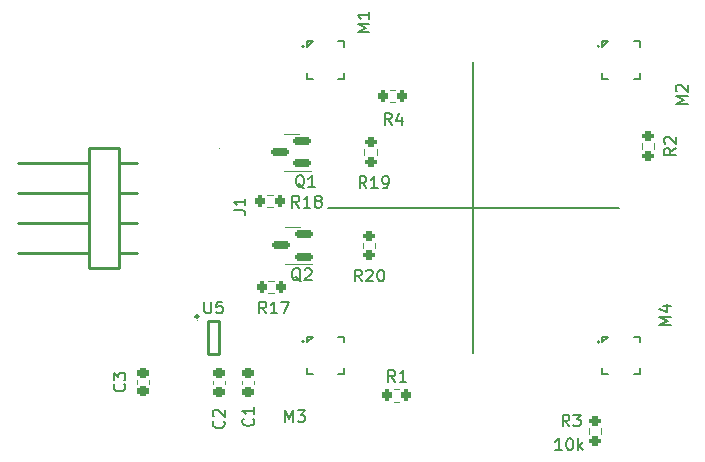
<source format=gbr>
%TF.GenerationSoftware,KiCad,Pcbnew,7.0.6*%
%TF.CreationDate,2023-08-06T23:15:07-05:00*%
%TF.ProjectId,MLX90393_board2,4d4c5839-3033-4393-935f-626f61726432,rev?*%
%TF.SameCoordinates,Original*%
%TF.FileFunction,Legend,Top*%
%TF.FilePolarity,Positive*%
%FSLAX46Y46*%
G04 Gerber Fmt 4.6, Leading zero omitted, Abs format (unit mm)*
G04 Created by KiCad (PCBNEW 7.0.6) date 2023-08-06 23:15:07*
%MOMM*%
%LPD*%
G01*
G04 APERTURE LIST*
G04 Aperture macros list*
%AMRoundRect*
0 Rectangle with rounded corners*
0 $1 Rounding radius*
0 $2 $3 $4 $5 $6 $7 $8 $9 X,Y pos of 4 corners*
0 Add a 4 corners polygon primitive as box body*
4,1,4,$2,$3,$4,$5,$6,$7,$8,$9,$2,$3,0*
0 Add four circle primitives for the rounded corners*
1,1,$1+$1,$2,$3*
1,1,$1+$1,$4,$5*
1,1,$1+$1,$6,$7*
1,1,$1+$1,$8,$9*
0 Add four rect primitives between the rounded corners*
20,1,$1+$1,$2,$3,$4,$5,0*
20,1,$1+$1,$4,$5,$6,$7,0*
20,1,$1+$1,$6,$7,$8,$9,0*
20,1,$1+$1,$8,$9,$2,$3,0*%
G04 Aperture macros list end*
%ADD10C,0.153000*%
%ADD11C,0.155000*%
%ADD12C,0.120000*%
%ADD13C,0.254000*%
%ADD14C,0.248920*%
%ADD15C,0.059995*%
%ADD16C,0.152400*%
%ADD17C,0.151994*%
%ADD18C,0.150013*%
%ADD19RoundRect,0.200000X0.275000X-0.200000X0.275000X0.200000X-0.275000X0.200000X-0.275000X-0.200000X0*%
%ADD20R,1.104902X0.622301*%
%ADD21R,3.170003X1.000000*%
%ADD22RoundRect,0.150000X0.587500X0.150000X-0.587500X0.150000X-0.587500X-0.150000X0.587500X-0.150000X0*%
%ADD23RoundRect,0.225000X-0.250000X0.225000X-0.250000X-0.225000X0.250000X-0.225000X0.250000X0.225000X0*%
%ADD24R,0.664999X0.280010*%
%ADD25R,0.280010X0.664999*%
%ADD26R,1.750013X1.750013*%
%ADD27RoundRect,0.200000X0.200000X0.275000X-0.200000X0.275000X-0.200000X-0.275000X0.200000X-0.275000X0*%
%ADD28RoundRect,0.200000X-0.200000X-0.275000X0.200000X-0.275000X0.200000X0.275000X-0.200000X0.275000X0*%
G04 APERTURE END LIST*
D10*
X150200000Y-112500000D02*
X174800000Y-112500000D01*
X162500000Y-100200000D02*
X162500000Y-124800000D01*
D11*
X170633333Y-131029559D02*
X170300000Y-130553368D01*
X170061905Y-131029559D02*
X170061905Y-130029559D01*
X170061905Y-130029559D02*
X170442857Y-130029559D01*
X170442857Y-130029559D02*
X170538095Y-130077178D01*
X170538095Y-130077178D02*
X170585714Y-130124797D01*
X170585714Y-130124797D02*
X170633333Y-130220035D01*
X170633333Y-130220035D02*
X170633333Y-130362892D01*
X170633333Y-130362892D02*
X170585714Y-130458130D01*
X170585714Y-130458130D02*
X170538095Y-130505749D01*
X170538095Y-130505749D02*
X170442857Y-130553368D01*
X170442857Y-130553368D02*
X170061905Y-130553368D01*
X170966667Y-130029559D02*
X171585714Y-130029559D01*
X171585714Y-130029559D02*
X171252381Y-130410511D01*
X171252381Y-130410511D02*
X171395238Y-130410511D01*
X171395238Y-130410511D02*
X171490476Y-130458130D01*
X171490476Y-130458130D02*
X171538095Y-130505749D01*
X171538095Y-130505749D02*
X171585714Y-130600987D01*
X171585714Y-130600987D02*
X171585714Y-130839082D01*
X171585714Y-130839082D02*
X171538095Y-130934320D01*
X171538095Y-130934320D02*
X171490476Y-130981940D01*
X171490476Y-130981940D02*
X171395238Y-131029559D01*
X171395238Y-131029559D02*
X171109524Y-131029559D01*
X171109524Y-131029559D02*
X171014286Y-130981940D01*
X171014286Y-130981940D02*
X170966667Y-130934320D01*
X170004761Y-133029559D02*
X169433333Y-133029559D01*
X169719047Y-133029559D02*
X169719047Y-132029559D01*
X169719047Y-132029559D02*
X169623809Y-132172416D01*
X169623809Y-132172416D02*
X169528571Y-132267654D01*
X169528571Y-132267654D02*
X169433333Y-132315273D01*
X170623809Y-132029559D02*
X170719047Y-132029559D01*
X170719047Y-132029559D02*
X170814285Y-132077178D01*
X170814285Y-132077178D02*
X170861904Y-132124797D01*
X170861904Y-132124797D02*
X170909523Y-132220035D01*
X170909523Y-132220035D02*
X170957142Y-132410511D01*
X170957142Y-132410511D02*
X170957142Y-132648606D01*
X170957142Y-132648606D02*
X170909523Y-132839082D01*
X170909523Y-132839082D02*
X170861904Y-132934320D01*
X170861904Y-132934320D02*
X170814285Y-132981940D01*
X170814285Y-132981940D02*
X170719047Y-133029559D01*
X170719047Y-133029559D02*
X170623809Y-133029559D01*
X170623809Y-133029559D02*
X170528571Y-132981940D01*
X170528571Y-132981940D02*
X170480952Y-132934320D01*
X170480952Y-132934320D02*
X170433333Y-132839082D01*
X170433333Y-132839082D02*
X170385714Y-132648606D01*
X170385714Y-132648606D02*
X170385714Y-132410511D01*
X170385714Y-132410511D02*
X170433333Y-132220035D01*
X170433333Y-132220035D02*
X170480952Y-132124797D01*
X170480952Y-132124797D02*
X170528571Y-132077178D01*
X170528571Y-132077178D02*
X170623809Y-132029559D01*
X171385714Y-133029559D02*
X171385714Y-132029559D01*
X171480952Y-132648606D02*
X171766666Y-133029559D01*
X171766666Y-132362892D02*
X171385714Y-132743844D01*
X153057142Y-118754559D02*
X152723809Y-118278368D01*
X152485714Y-118754559D02*
X152485714Y-117754559D01*
X152485714Y-117754559D02*
X152866666Y-117754559D01*
X152866666Y-117754559D02*
X152961904Y-117802178D01*
X152961904Y-117802178D02*
X153009523Y-117849797D01*
X153009523Y-117849797D02*
X153057142Y-117945035D01*
X153057142Y-117945035D02*
X153057142Y-118087892D01*
X153057142Y-118087892D02*
X153009523Y-118183130D01*
X153009523Y-118183130D02*
X152961904Y-118230749D01*
X152961904Y-118230749D02*
X152866666Y-118278368D01*
X152866666Y-118278368D02*
X152485714Y-118278368D01*
X153438095Y-117849797D02*
X153485714Y-117802178D01*
X153485714Y-117802178D02*
X153580952Y-117754559D01*
X153580952Y-117754559D02*
X153819047Y-117754559D01*
X153819047Y-117754559D02*
X153914285Y-117802178D01*
X153914285Y-117802178D02*
X153961904Y-117849797D01*
X153961904Y-117849797D02*
X154009523Y-117945035D01*
X154009523Y-117945035D02*
X154009523Y-118040273D01*
X154009523Y-118040273D02*
X153961904Y-118183130D01*
X153961904Y-118183130D02*
X153390476Y-118754559D01*
X153390476Y-118754559D02*
X154009523Y-118754559D01*
X154628571Y-117754559D02*
X154723809Y-117754559D01*
X154723809Y-117754559D02*
X154819047Y-117802178D01*
X154819047Y-117802178D02*
X154866666Y-117849797D01*
X154866666Y-117849797D02*
X154914285Y-117945035D01*
X154914285Y-117945035D02*
X154961904Y-118135511D01*
X154961904Y-118135511D02*
X154961904Y-118373606D01*
X154961904Y-118373606D02*
X154914285Y-118564082D01*
X154914285Y-118564082D02*
X154866666Y-118659320D01*
X154866666Y-118659320D02*
X154819047Y-118706940D01*
X154819047Y-118706940D02*
X154723809Y-118754559D01*
X154723809Y-118754559D02*
X154628571Y-118754559D01*
X154628571Y-118754559D02*
X154533333Y-118706940D01*
X154533333Y-118706940D02*
X154485714Y-118659320D01*
X154485714Y-118659320D02*
X154438095Y-118564082D01*
X154438095Y-118564082D02*
X154390476Y-118373606D01*
X154390476Y-118373606D02*
X154390476Y-118135511D01*
X154390476Y-118135511D02*
X154438095Y-117945035D01*
X154438095Y-117945035D02*
X154485714Y-117849797D01*
X154485714Y-117849797D02*
X154533333Y-117802178D01*
X154533333Y-117802178D02*
X154628571Y-117754559D01*
X139738095Y-120454559D02*
X139738095Y-121264082D01*
X139738095Y-121264082D02*
X139785714Y-121359320D01*
X139785714Y-121359320D02*
X139833333Y-121406940D01*
X139833333Y-121406940D02*
X139928571Y-121454559D01*
X139928571Y-121454559D02*
X140119047Y-121454559D01*
X140119047Y-121454559D02*
X140214285Y-121406940D01*
X140214285Y-121406940D02*
X140261904Y-121359320D01*
X140261904Y-121359320D02*
X140309523Y-121264082D01*
X140309523Y-121264082D02*
X140309523Y-120454559D01*
X141261904Y-120454559D02*
X140785714Y-120454559D01*
X140785714Y-120454559D02*
X140738095Y-120930749D01*
X140738095Y-120930749D02*
X140785714Y-120883130D01*
X140785714Y-120883130D02*
X140880952Y-120835511D01*
X140880952Y-120835511D02*
X141119047Y-120835511D01*
X141119047Y-120835511D02*
X141214285Y-120883130D01*
X141214285Y-120883130D02*
X141261904Y-120930749D01*
X141261904Y-120930749D02*
X141309523Y-121025987D01*
X141309523Y-121025987D02*
X141309523Y-121264082D01*
X141309523Y-121264082D02*
X141261904Y-121359320D01*
X141261904Y-121359320D02*
X141214285Y-121406940D01*
X141214285Y-121406940D02*
X141119047Y-121454559D01*
X141119047Y-121454559D02*
X140880952Y-121454559D01*
X140880952Y-121454559D02*
X140785714Y-121406940D01*
X140785714Y-121406940D02*
X140738095Y-121359320D01*
X142204559Y-112733333D02*
X142918844Y-112733333D01*
X142918844Y-112733333D02*
X143061701Y-112780952D01*
X143061701Y-112780952D02*
X143156940Y-112876190D01*
X143156940Y-112876190D02*
X143204559Y-113019047D01*
X143204559Y-113019047D02*
X143204559Y-113114285D01*
X143204559Y-111733333D02*
X143204559Y-112304761D01*
X143204559Y-112019047D02*
X142204559Y-112019047D01*
X142204559Y-112019047D02*
X142347416Y-112114285D01*
X142347416Y-112114285D02*
X142442654Y-112209523D01*
X142442654Y-112209523D02*
X142490273Y-112304761D01*
X147904761Y-118749797D02*
X147809523Y-118702178D01*
X147809523Y-118702178D02*
X147714285Y-118606940D01*
X147714285Y-118606940D02*
X147571428Y-118464082D01*
X147571428Y-118464082D02*
X147476190Y-118416463D01*
X147476190Y-118416463D02*
X147380952Y-118416463D01*
X147428571Y-118654559D02*
X147333333Y-118606940D01*
X147333333Y-118606940D02*
X147238095Y-118511701D01*
X147238095Y-118511701D02*
X147190476Y-118321225D01*
X147190476Y-118321225D02*
X147190476Y-117987892D01*
X147190476Y-117987892D02*
X147238095Y-117797416D01*
X147238095Y-117797416D02*
X147333333Y-117702178D01*
X147333333Y-117702178D02*
X147428571Y-117654559D01*
X147428571Y-117654559D02*
X147619047Y-117654559D01*
X147619047Y-117654559D02*
X147714285Y-117702178D01*
X147714285Y-117702178D02*
X147809523Y-117797416D01*
X147809523Y-117797416D02*
X147857142Y-117987892D01*
X147857142Y-117987892D02*
X147857142Y-118321225D01*
X147857142Y-118321225D02*
X147809523Y-118511701D01*
X147809523Y-118511701D02*
X147714285Y-118606940D01*
X147714285Y-118606940D02*
X147619047Y-118654559D01*
X147619047Y-118654559D02*
X147428571Y-118654559D01*
X148238095Y-117749797D02*
X148285714Y-117702178D01*
X148285714Y-117702178D02*
X148380952Y-117654559D01*
X148380952Y-117654559D02*
X148619047Y-117654559D01*
X148619047Y-117654559D02*
X148714285Y-117702178D01*
X148714285Y-117702178D02*
X148761904Y-117749797D01*
X148761904Y-117749797D02*
X148809523Y-117845035D01*
X148809523Y-117845035D02*
X148809523Y-117940273D01*
X148809523Y-117940273D02*
X148761904Y-118083130D01*
X148761904Y-118083130D02*
X148190476Y-118654559D01*
X148190476Y-118654559D02*
X148809523Y-118654559D01*
X132959320Y-127441666D02*
X133006940Y-127489285D01*
X133006940Y-127489285D02*
X133054559Y-127632142D01*
X133054559Y-127632142D02*
X133054559Y-127727380D01*
X133054559Y-127727380D02*
X133006940Y-127870237D01*
X133006940Y-127870237D02*
X132911701Y-127965475D01*
X132911701Y-127965475D02*
X132816463Y-128013094D01*
X132816463Y-128013094D02*
X132625987Y-128060713D01*
X132625987Y-128060713D02*
X132483130Y-128060713D01*
X132483130Y-128060713D02*
X132292654Y-128013094D01*
X132292654Y-128013094D02*
X132197416Y-127965475D01*
X132197416Y-127965475D02*
X132102178Y-127870237D01*
X132102178Y-127870237D02*
X132054559Y-127727380D01*
X132054559Y-127727380D02*
X132054559Y-127632142D01*
X132054559Y-127632142D02*
X132102178Y-127489285D01*
X132102178Y-127489285D02*
X132149797Y-127441666D01*
X132054559Y-127108332D02*
X132054559Y-126489285D01*
X132054559Y-126489285D02*
X132435511Y-126822618D01*
X132435511Y-126822618D02*
X132435511Y-126679761D01*
X132435511Y-126679761D02*
X132483130Y-126584523D01*
X132483130Y-126584523D02*
X132530749Y-126536904D01*
X132530749Y-126536904D02*
X132625987Y-126489285D01*
X132625987Y-126489285D02*
X132864082Y-126489285D01*
X132864082Y-126489285D02*
X132959320Y-126536904D01*
X132959320Y-126536904D02*
X133006940Y-126584523D01*
X133006940Y-126584523D02*
X133054559Y-126679761D01*
X133054559Y-126679761D02*
X133054559Y-126965475D01*
X133054559Y-126965475D02*
X133006940Y-127060713D01*
X133006940Y-127060713D02*
X132959320Y-127108332D01*
X153704559Y-97609523D02*
X152704559Y-97609523D01*
X152704559Y-97609523D02*
X153418844Y-97276190D01*
X153418844Y-97276190D02*
X152704559Y-96942857D01*
X152704559Y-96942857D02*
X153704559Y-96942857D01*
X153704559Y-95942857D02*
X153704559Y-96514285D01*
X153704559Y-96228571D02*
X152704559Y-96228571D01*
X152704559Y-96228571D02*
X152847416Y-96323809D01*
X152847416Y-96323809D02*
X152942654Y-96419047D01*
X152942654Y-96419047D02*
X152990273Y-96514285D01*
X180654559Y-103759523D02*
X179654559Y-103759523D01*
X179654559Y-103759523D02*
X180368844Y-103426190D01*
X180368844Y-103426190D02*
X179654559Y-103092857D01*
X179654559Y-103092857D02*
X180654559Y-103092857D01*
X179749797Y-102664285D02*
X179702178Y-102616666D01*
X179702178Y-102616666D02*
X179654559Y-102521428D01*
X179654559Y-102521428D02*
X179654559Y-102283333D01*
X179654559Y-102283333D02*
X179702178Y-102188095D01*
X179702178Y-102188095D02*
X179749797Y-102140476D01*
X179749797Y-102140476D02*
X179845035Y-102092857D01*
X179845035Y-102092857D02*
X179940273Y-102092857D01*
X179940273Y-102092857D02*
X180083130Y-102140476D01*
X180083130Y-102140476D02*
X180654559Y-102711904D01*
X180654559Y-102711904D02*
X180654559Y-102092857D01*
X153457142Y-110854559D02*
X153123809Y-110378368D01*
X152885714Y-110854559D02*
X152885714Y-109854559D01*
X152885714Y-109854559D02*
X153266666Y-109854559D01*
X153266666Y-109854559D02*
X153361904Y-109902178D01*
X153361904Y-109902178D02*
X153409523Y-109949797D01*
X153409523Y-109949797D02*
X153457142Y-110045035D01*
X153457142Y-110045035D02*
X153457142Y-110187892D01*
X153457142Y-110187892D02*
X153409523Y-110283130D01*
X153409523Y-110283130D02*
X153361904Y-110330749D01*
X153361904Y-110330749D02*
X153266666Y-110378368D01*
X153266666Y-110378368D02*
X152885714Y-110378368D01*
X154409523Y-110854559D02*
X153838095Y-110854559D01*
X154123809Y-110854559D02*
X154123809Y-109854559D01*
X154123809Y-109854559D02*
X154028571Y-109997416D01*
X154028571Y-109997416D02*
X153933333Y-110092654D01*
X153933333Y-110092654D02*
X153838095Y-110140273D01*
X154885714Y-110854559D02*
X155076190Y-110854559D01*
X155076190Y-110854559D02*
X155171428Y-110806940D01*
X155171428Y-110806940D02*
X155219047Y-110759320D01*
X155219047Y-110759320D02*
X155314285Y-110616463D01*
X155314285Y-110616463D02*
X155361904Y-110425987D01*
X155361904Y-110425987D02*
X155361904Y-110045035D01*
X155361904Y-110045035D02*
X155314285Y-109949797D01*
X155314285Y-109949797D02*
X155266666Y-109902178D01*
X155266666Y-109902178D02*
X155171428Y-109854559D01*
X155171428Y-109854559D02*
X154980952Y-109854559D01*
X154980952Y-109854559D02*
X154885714Y-109902178D01*
X154885714Y-109902178D02*
X154838095Y-109949797D01*
X154838095Y-109949797D02*
X154790476Y-110045035D01*
X154790476Y-110045035D02*
X154790476Y-110283130D01*
X154790476Y-110283130D02*
X154838095Y-110378368D01*
X154838095Y-110378368D02*
X154885714Y-110425987D01*
X154885714Y-110425987D02*
X154980952Y-110473606D01*
X154980952Y-110473606D02*
X155171428Y-110473606D01*
X155171428Y-110473606D02*
X155266666Y-110425987D01*
X155266666Y-110425987D02*
X155314285Y-110378368D01*
X155314285Y-110378368D02*
X155361904Y-110283130D01*
X155883333Y-127254559D02*
X155550000Y-126778368D01*
X155311905Y-127254559D02*
X155311905Y-126254559D01*
X155311905Y-126254559D02*
X155692857Y-126254559D01*
X155692857Y-126254559D02*
X155788095Y-126302178D01*
X155788095Y-126302178D02*
X155835714Y-126349797D01*
X155835714Y-126349797D02*
X155883333Y-126445035D01*
X155883333Y-126445035D02*
X155883333Y-126587892D01*
X155883333Y-126587892D02*
X155835714Y-126683130D01*
X155835714Y-126683130D02*
X155788095Y-126730749D01*
X155788095Y-126730749D02*
X155692857Y-126778368D01*
X155692857Y-126778368D02*
X155311905Y-126778368D01*
X156835714Y-127254559D02*
X156264286Y-127254559D01*
X156550000Y-127254559D02*
X156550000Y-126254559D01*
X156550000Y-126254559D02*
X156454762Y-126397416D01*
X156454762Y-126397416D02*
X156359524Y-126492654D01*
X156359524Y-126492654D02*
X156264286Y-126540273D01*
X155583333Y-105504559D02*
X155250000Y-105028368D01*
X155011905Y-105504559D02*
X155011905Y-104504559D01*
X155011905Y-104504559D02*
X155392857Y-104504559D01*
X155392857Y-104504559D02*
X155488095Y-104552178D01*
X155488095Y-104552178D02*
X155535714Y-104599797D01*
X155535714Y-104599797D02*
X155583333Y-104695035D01*
X155583333Y-104695035D02*
X155583333Y-104837892D01*
X155583333Y-104837892D02*
X155535714Y-104933130D01*
X155535714Y-104933130D02*
X155488095Y-104980749D01*
X155488095Y-104980749D02*
X155392857Y-105028368D01*
X155392857Y-105028368D02*
X155011905Y-105028368D01*
X156440476Y-104837892D02*
X156440476Y-105504559D01*
X156202381Y-104456940D02*
X155964286Y-105171225D01*
X155964286Y-105171225D02*
X156583333Y-105171225D01*
X148204761Y-110849797D02*
X148109523Y-110802178D01*
X148109523Y-110802178D02*
X148014285Y-110706940D01*
X148014285Y-110706940D02*
X147871428Y-110564082D01*
X147871428Y-110564082D02*
X147776190Y-110516463D01*
X147776190Y-110516463D02*
X147680952Y-110516463D01*
X147728571Y-110754559D02*
X147633333Y-110706940D01*
X147633333Y-110706940D02*
X147538095Y-110611701D01*
X147538095Y-110611701D02*
X147490476Y-110421225D01*
X147490476Y-110421225D02*
X147490476Y-110087892D01*
X147490476Y-110087892D02*
X147538095Y-109897416D01*
X147538095Y-109897416D02*
X147633333Y-109802178D01*
X147633333Y-109802178D02*
X147728571Y-109754559D01*
X147728571Y-109754559D02*
X147919047Y-109754559D01*
X147919047Y-109754559D02*
X148014285Y-109802178D01*
X148014285Y-109802178D02*
X148109523Y-109897416D01*
X148109523Y-109897416D02*
X148157142Y-110087892D01*
X148157142Y-110087892D02*
X148157142Y-110421225D01*
X148157142Y-110421225D02*
X148109523Y-110611701D01*
X148109523Y-110611701D02*
X148014285Y-110706940D01*
X148014285Y-110706940D02*
X147919047Y-110754559D01*
X147919047Y-110754559D02*
X147728571Y-110754559D01*
X149109523Y-110754559D02*
X148538095Y-110754559D01*
X148823809Y-110754559D02*
X148823809Y-109754559D01*
X148823809Y-109754559D02*
X148728571Y-109897416D01*
X148728571Y-109897416D02*
X148633333Y-109992654D01*
X148633333Y-109992654D02*
X148538095Y-110040273D01*
X179254559Y-122409523D02*
X178254559Y-122409523D01*
X178254559Y-122409523D02*
X178968844Y-122076190D01*
X178968844Y-122076190D02*
X178254559Y-121742857D01*
X178254559Y-121742857D02*
X179254559Y-121742857D01*
X178587892Y-120838095D02*
X179254559Y-120838095D01*
X178206940Y-121076190D02*
X178921225Y-121314285D01*
X178921225Y-121314285D02*
X178921225Y-120695238D01*
X147757142Y-112504559D02*
X147423809Y-112028368D01*
X147185714Y-112504559D02*
X147185714Y-111504559D01*
X147185714Y-111504559D02*
X147566666Y-111504559D01*
X147566666Y-111504559D02*
X147661904Y-111552178D01*
X147661904Y-111552178D02*
X147709523Y-111599797D01*
X147709523Y-111599797D02*
X147757142Y-111695035D01*
X147757142Y-111695035D02*
X147757142Y-111837892D01*
X147757142Y-111837892D02*
X147709523Y-111933130D01*
X147709523Y-111933130D02*
X147661904Y-111980749D01*
X147661904Y-111980749D02*
X147566666Y-112028368D01*
X147566666Y-112028368D02*
X147185714Y-112028368D01*
X148709523Y-112504559D02*
X148138095Y-112504559D01*
X148423809Y-112504559D02*
X148423809Y-111504559D01*
X148423809Y-111504559D02*
X148328571Y-111647416D01*
X148328571Y-111647416D02*
X148233333Y-111742654D01*
X148233333Y-111742654D02*
X148138095Y-111790273D01*
X149280952Y-111933130D02*
X149185714Y-111885511D01*
X149185714Y-111885511D02*
X149138095Y-111837892D01*
X149138095Y-111837892D02*
X149090476Y-111742654D01*
X149090476Y-111742654D02*
X149090476Y-111695035D01*
X149090476Y-111695035D02*
X149138095Y-111599797D01*
X149138095Y-111599797D02*
X149185714Y-111552178D01*
X149185714Y-111552178D02*
X149280952Y-111504559D01*
X149280952Y-111504559D02*
X149471428Y-111504559D01*
X149471428Y-111504559D02*
X149566666Y-111552178D01*
X149566666Y-111552178D02*
X149614285Y-111599797D01*
X149614285Y-111599797D02*
X149661904Y-111695035D01*
X149661904Y-111695035D02*
X149661904Y-111742654D01*
X149661904Y-111742654D02*
X149614285Y-111837892D01*
X149614285Y-111837892D02*
X149566666Y-111885511D01*
X149566666Y-111885511D02*
X149471428Y-111933130D01*
X149471428Y-111933130D02*
X149280952Y-111933130D01*
X149280952Y-111933130D02*
X149185714Y-111980749D01*
X149185714Y-111980749D02*
X149138095Y-112028368D01*
X149138095Y-112028368D02*
X149090476Y-112123606D01*
X149090476Y-112123606D02*
X149090476Y-112314082D01*
X149090476Y-112314082D02*
X149138095Y-112409320D01*
X149138095Y-112409320D02*
X149185714Y-112456940D01*
X149185714Y-112456940D02*
X149280952Y-112504559D01*
X149280952Y-112504559D02*
X149471428Y-112504559D01*
X149471428Y-112504559D02*
X149566666Y-112456940D01*
X149566666Y-112456940D02*
X149614285Y-112409320D01*
X149614285Y-112409320D02*
X149661904Y-112314082D01*
X149661904Y-112314082D02*
X149661904Y-112123606D01*
X149661904Y-112123606D02*
X149614285Y-112028368D01*
X149614285Y-112028368D02*
X149566666Y-111980749D01*
X149566666Y-111980749D02*
X149471428Y-111933130D01*
X143859320Y-130366666D02*
X143906940Y-130414285D01*
X143906940Y-130414285D02*
X143954559Y-130557142D01*
X143954559Y-130557142D02*
X143954559Y-130652380D01*
X143954559Y-130652380D02*
X143906940Y-130795237D01*
X143906940Y-130795237D02*
X143811701Y-130890475D01*
X143811701Y-130890475D02*
X143716463Y-130938094D01*
X143716463Y-130938094D02*
X143525987Y-130985713D01*
X143525987Y-130985713D02*
X143383130Y-130985713D01*
X143383130Y-130985713D02*
X143192654Y-130938094D01*
X143192654Y-130938094D02*
X143097416Y-130890475D01*
X143097416Y-130890475D02*
X143002178Y-130795237D01*
X143002178Y-130795237D02*
X142954559Y-130652380D01*
X142954559Y-130652380D02*
X142954559Y-130557142D01*
X142954559Y-130557142D02*
X143002178Y-130414285D01*
X143002178Y-130414285D02*
X143049797Y-130366666D01*
X143954559Y-129414285D02*
X143954559Y-129985713D01*
X143954559Y-129699999D02*
X142954559Y-129699999D01*
X142954559Y-129699999D02*
X143097416Y-129795237D01*
X143097416Y-129795237D02*
X143192654Y-129890475D01*
X143192654Y-129890475D02*
X143240273Y-129985713D01*
X141359320Y-130566666D02*
X141406940Y-130614285D01*
X141406940Y-130614285D02*
X141454559Y-130757142D01*
X141454559Y-130757142D02*
X141454559Y-130852380D01*
X141454559Y-130852380D02*
X141406940Y-130995237D01*
X141406940Y-130995237D02*
X141311701Y-131090475D01*
X141311701Y-131090475D02*
X141216463Y-131138094D01*
X141216463Y-131138094D02*
X141025987Y-131185713D01*
X141025987Y-131185713D02*
X140883130Y-131185713D01*
X140883130Y-131185713D02*
X140692654Y-131138094D01*
X140692654Y-131138094D02*
X140597416Y-131090475D01*
X140597416Y-131090475D02*
X140502178Y-130995237D01*
X140502178Y-130995237D02*
X140454559Y-130852380D01*
X140454559Y-130852380D02*
X140454559Y-130757142D01*
X140454559Y-130757142D02*
X140502178Y-130614285D01*
X140502178Y-130614285D02*
X140549797Y-130566666D01*
X140549797Y-130185713D02*
X140502178Y-130138094D01*
X140502178Y-130138094D02*
X140454559Y-130042856D01*
X140454559Y-130042856D02*
X140454559Y-129804761D01*
X140454559Y-129804761D02*
X140502178Y-129709523D01*
X140502178Y-129709523D02*
X140549797Y-129661904D01*
X140549797Y-129661904D02*
X140645035Y-129614285D01*
X140645035Y-129614285D02*
X140740273Y-129614285D01*
X140740273Y-129614285D02*
X140883130Y-129661904D01*
X140883130Y-129661904D02*
X141454559Y-130233332D01*
X141454559Y-130233332D02*
X141454559Y-129614285D01*
X144957142Y-121454559D02*
X144623809Y-120978368D01*
X144385714Y-121454559D02*
X144385714Y-120454559D01*
X144385714Y-120454559D02*
X144766666Y-120454559D01*
X144766666Y-120454559D02*
X144861904Y-120502178D01*
X144861904Y-120502178D02*
X144909523Y-120549797D01*
X144909523Y-120549797D02*
X144957142Y-120645035D01*
X144957142Y-120645035D02*
X144957142Y-120787892D01*
X144957142Y-120787892D02*
X144909523Y-120883130D01*
X144909523Y-120883130D02*
X144861904Y-120930749D01*
X144861904Y-120930749D02*
X144766666Y-120978368D01*
X144766666Y-120978368D02*
X144385714Y-120978368D01*
X145909523Y-121454559D02*
X145338095Y-121454559D01*
X145623809Y-121454559D02*
X145623809Y-120454559D01*
X145623809Y-120454559D02*
X145528571Y-120597416D01*
X145528571Y-120597416D02*
X145433333Y-120692654D01*
X145433333Y-120692654D02*
X145338095Y-120740273D01*
X146242857Y-120454559D02*
X146909523Y-120454559D01*
X146909523Y-120454559D02*
X146480952Y-121454559D01*
X179654559Y-107466666D02*
X179178368Y-107799999D01*
X179654559Y-108038094D02*
X178654559Y-108038094D01*
X178654559Y-108038094D02*
X178654559Y-107657142D01*
X178654559Y-107657142D02*
X178702178Y-107561904D01*
X178702178Y-107561904D02*
X178749797Y-107514285D01*
X178749797Y-107514285D02*
X178845035Y-107466666D01*
X178845035Y-107466666D02*
X178987892Y-107466666D01*
X178987892Y-107466666D02*
X179083130Y-107514285D01*
X179083130Y-107514285D02*
X179130749Y-107561904D01*
X179130749Y-107561904D02*
X179178368Y-107657142D01*
X179178368Y-107657142D02*
X179178368Y-108038094D01*
X178749797Y-107085713D02*
X178702178Y-107038094D01*
X178702178Y-107038094D02*
X178654559Y-106942856D01*
X178654559Y-106942856D02*
X178654559Y-106704761D01*
X178654559Y-106704761D02*
X178702178Y-106609523D01*
X178702178Y-106609523D02*
X178749797Y-106561904D01*
X178749797Y-106561904D02*
X178845035Y-106514285D01*
X178845035Y-106514285D02*
X178940273Y-106514285D01*
X178940273Y-106514285D02*
X179083130Y-106561904D01*
X179083130Y-106561904D02*
X179654559Y-107133332D01*
X179654559Y-107133332D02*
X179654559Y-106514285D01*
X146590476Y-130654559D02*
X146590476Y-129654559D01*
X146590476Y-129654559D02*
X146923809Y-130368844D01*
X146923809Y-130368844D02*
X147257142Y-129654559D01*
X147257142Y-129654559D02*
X147257142Y-130654559D01*
X147638095Y-129654559D02*
X148257142Y-129654559D01*
X148257142Y-129654559D02*
X147923809Y-130035511D01*
X147923809Y-130035511D02*
X148066666Y-130035511D01*
X148066666Y-130035511D02*
X148161904Y-130083130D01*
X148161904Y-130083130D02*
X148209523Y-130130749D01*
X148209523Y-130130749D02*
X148257142Y-130225987D01*
X148257142Y-130225987D02*
X148257142Y-130464082D01*
X148257142Y-130464082D02*
X148209523Y-130559320D01*
X148209523Y-130559320D02*
X148161904Y-130606940D01*
X148161904Y-130606940D02*
X148066666Y-130654559D01*
X148066666Y-130654559D02*
X147780952Y-130654559D01*
X147780952Y-130654559D02*
X147685714Y-130606940D01*
X147685714Y-130606940D02*
X147638095Y-130559320D01*
D12*
%TO.C,R3*%
X172277500Y-131637258D02*
X172277500Y-131162742D01*
X173322500Y-131637258D02*
X173322500Y-131162742D01*
%TO.C,R20*%
X153177500Y-115937258D02*
X153177500Y-115462742D01*
X154222500Y-115937258D02*
X154222500Y-115462742D01*
D13*
%TO.C,U5*%
X141000381Y-122112827D02*
X141000381Y-124911913D01*
X139999619Y-122112827D02*
X141000381Y-122112827D01*
X141000381Y-124911913D02*
X139999619Y-124911913D01*
X139999619Y-124911913D02*
X139999619Y-122112827D01*
D14*
X138978537Y-121722911D02*
G75*
G03*
X138978538Y-121720422I124454J1194D01*
G01*
D15*
X139129921Y-122049632D02*
G75*
G03*
X139129921Y-122049632I-29972J0D01*
G01*
D13*
%TO.C,J1*%
X132520074Y-107479964D02*
X129990051Y-107479964D01*
X129990051Y-107479964D02*
X129980069Y-107479964D01*
X129980069Y-107479964D02*
X129980069Y-117639985D01*
X129980069Y-108743338D02*
X123980043Y-108743338D01*
X133990051Y-108749967D02*
X132520074Y-108749967D01*
X129980069Y-111283343D02*
X123980043Y-111283343D01*
X133990051Y-111289972D02*
X132520074Y-111289972D01*
X129980069Y-113823399D02*
X123980043Y-113823399D01*
X133990051Y-113830028D02*
X132520074Y-113830028D01*
X129980069Y-116363404D02*
X123980043Y-116363404D01*
X133990051Y-116369982D02*
X132590051Y-116370033D01*
X132520074Y-117639985D02*
X132520074Y-107479964D01*
X129980069Y-117639985D02*
X132520074Y-117639985D01*
D15*
X141050020Y-107479990D02*
G75*
G03*
X141050020Y-107479990I-29972J0D01*
G01*
D12*
%TO.C,Q2*%
X147200000Y-117260000D02*
X148875000Y-117260000D01*
X147200000Y-117260000D02*
X146550000Y-117260000D01*
X147200000Y-114140000D02*
X147850000Y-114140000D01*
X147200000Y-114140000D02*
X146550000Y-114140000D01*
%TO.C,C3*%
X135010000Y-127134420D02*
X135010000Y-127415580D01*
X133990000Y-127134420D02*
X133990000Y-127415580D01*
D16*
%TO.C,M1*%
X151576200Y-98423800D02*
X151576200Y-98919507D01*
X151080493Y-98423800D02*
X151576200Y-98423800D01*
X148919507Y-98423800D02*
X148423800Y-98423800D01*
X148423800Y-98423800D02*
X148423800Y-98919507D01*
D17*
X148423800Y-98919507D02*
X148919507Y-98423800D01*
D16*
X151576200Y-101576200D02*
X151576200Y-101080493D01*
X151080493Y-101576200D02*
X151576200Y-101576200D01*
X148919507Y-101576200D02*
X148423800Y-101576200D01*
X148423800Y-101576200D02*
X148423800Y-101080493D01*
D15*
X148529845Y-98500127D02*
G75*
G03*
X148529845Y-98500127I-29972J0D01*
G01*
D18*
X148169926Y-98856998D02*
G75*
G03*
X148169926Y-98856998I-74930J0D01*
G01*
D16*
%TO.C,M2*%
X176576200Y-98423800D02*
X176576200Y-98919507D01*
X176080493Y-98423800D02*
X176576200Y-98423800D01*
X173919507Y-98423800D02*
X173423800Y-98423800D01*
X173423800Y-98423800D02*
X173423800Y-98919507D01*
D17*
X173423800Y-98919507D02*
X173919507Y-98423800D01*
D16*
X176576200Y-101576200D02*
X176576200Y-101080493D01*
X176080493Y-101576200D02*
X176576200Y-101576200D01*
X173919507Y-101576200D02*
X173423800Y-101576200D01*
X173423800Y-101576200D02*
X173423800Y-101080493D01*
D15*
X173529845Y-98500127D02*
G75*
G03*
X173529845Y-98500127I-29972J0D01*
G01*
D18*
X173169926Y-98856998D02*
G75*
G03*
X173169926Y-98856998I-74930J0D01*
G01*
D12*
%TO.C,R19*%
X153277500Y-108037258D02*
X153277500Y-107562742D01*
X154322500Y-108037258D02*
X154322500Y-107562742D01*
%TO.C,R1*%
X156237258Y-128922500D02*
X155762742Y-128922500D01*
X156237258Y-127877500D02*
X155762742Y-127877500D01*
%TO.C,R4*%
X155912258Y-103572500D02*
X155437742Y-103572500D01*
X155912258Y-102527500D02*
X155437742Y-102527500D01*
%TO.C,Q1*%
X147100000Y-109360000D02*
X148775000Y-109360000D01*
X147100000Y-109360000D02*
X146450000Y-109360000D01*
X147100000Y-106240000D02*
X147750000Y-106240000D01*
X147100000Y-106240000D02*
X146450000Y-106240000D01*
D16*
%TO.C,M4*%
X176576200Y-123423800D02*
X176576200Y-123919507D01*
X176080493Y-123423800D02*
X176576200Y-123423800D01*
X173919507Y-123423800D02*
X173423800Y-123423800D01*
X173423800Y-123423800D02*
X173423800Y-123919507D01*
D17*
X173423800Y-123919507D02*
X173919507Y-123423800D01*
D16*
X176576200Y-126576200D02*
X176576200Y-126080493D01*
X176080493Y-126576200D02*
X176576200Y-126576200D01*
X173919507Y-126576200D02*
X173423800Y-126576200D01*
X173423800Y-126576200D02*
X173423800Y-126080493D01*
D15*
X173529845Y-123500127D02*
G75*
G03*
X173529845Y-123500127I-29972J0D01*
G01*
D18*
X173169926Y-123856998D02*
G75*
G03*
X173169926Y-123856998I-74930J0D01*
G01*
D12*
%TO.C,R18*%
X145062742Y-111427500D02*
X145537258Y-111427500D01*
X145062742Y-112472500D02*
X145537258Y-112472500D01*
%TO.C,C1*%
X143910000Y-127159420D02*
X143910000Y-127440580D01*
X142890000Y-127159420D02*
X142890000Y-127440580D01*
%TO.C,C2*%
X141510000Y-127159420D02*
X141510000Y-127440580D01*
X140490000Y-127159420D02*
X140490000Y-127440580D01*
%TO.C,R17*%
X145162742Y-118677500D02*
X145637258Y-118677500D01*
X145162742Y-119722500D02*
X145637258Y-119722500D01*
%TO.C,R2*%
X176777500Y-107537258D02*
X176777500Y-107062742D01*
X177822500Y-107537258D02*
X177822500Y-107062742D01*
D16*
%TO.C,M3*%
X151576200Y-123423800D02*
X151576200Y-123919507D01*
X151080493Y-123423800D02*
X151576200Y-123423800D01*
X148919507Y-123423800D02*
X148423800Y-123423800D01*
X148423800Y-123423800D02*
X148423800Y-123919507D01*
D17*
X148423800Y-123919507D02*
X148919507Y-123423800D01*
D16*
X151576200Y-126576200D02*
X151576200Y-126080493D01*
X151080493Y-126576200D02*
X151576200Y-126576200D01*
X148919507Y-126576200D02*
X148423800Y-126576200D01*
X148423800Y-126576200D02*
X148423800Y-126080493D01*
D15*
X148529845Y-123500127D02*
G75*
G03*
X148529845Y-123500127I-29972J0D01*
G01*
D18*
X148169926Y-123856998D02*
G75*
G03*
X148169926Y-123856998I-74930J0D01*
G01*
%TD*%
%LPC*%
D19*
%TO.C,R3*%
X172800000Y-132225000D03*
X172800000Y-130575000D03*
%TD*%
%TO.C,R20*%
X153700000Y-116525000D03*
X153700000Y-114875000D03*
%TD*%
D20*
%TO.C,U5*%
X139200025Y-122550267D03*
X139200025Y-123499467D03*
X139200025Y-124449682D03*
X141799975Y-124449682D03*
X141799975Y-122550267D03*
%TD*%
D21*
%TO.C,J1*%
X140419845Y-108749992D03*
X135759952Y-108749992D03*
X140419845Y-111289997D03*
X135759952Y-111289997D03*
X140419845Y-113830003D03*
X135759952Y-113830003D03*
X140419845Y-116370008D03*
X135759952Y-116370008D03*
%TD*%
D22*
%TO.C,Q2*%
X148137500Y-116650000D03*
X148137500Y-114750000D03*
X146262500Y-115700000D03*
%TD*%
D23*
%TO.C,C3*%
X134500000Y-126500000D03*
X134500000Y-128050000D03*
%TD*%
D24*
%TO.C,M1*%
X148592583Y-99249936D03*
X148592583Y-99750064D03*
X148592583Y-100249936D03*
X148592583Y-100750064D03*
D25*
X149249936Y-101407417D03*
X149750064Y-101407417D03*
X150249936Y-101407417D03*
X150750064Y-101407417D03*
D24*
X151407417Y-100750064D03*
X151407417Y-100249936D03*
X151407417Y-99750064D03*
X151407417Y-99249936D03*
D25*
X150750064Y-98592583D03*
X150249936Y-98592583D03*
X149750064Y-98592583D03*
X149249936Y-98592583D03*
D26*
X150000000Y-100000000D03*
%TD*%
D24*
%TO.C,M2*%
X173592583Y-99249936D03*
X173592583Y-99750064D03*
X173592583Y-100249936D03*
X173592583Y-100750064D03*
D25*
X174249936Y-101407417D03*
X174750064Y-101407417D03*
X175249936Y-101407417D03*
X175750064Y-101407417D03*
D24*
X176407417Y-100750064D03*
X176407417Y-100249936D03*
X176407417Y-99750064D03*
X176407417Y-99249936D03*
D25*
X175750064Y-98592583D03*
X175249936Y-98592583D03*
X174750064Y-98592583D03*
X174249936Y-98592583D03*
D26*
X175000000Y-100000000D03*
%TD*%
D19*
%TO.C,R19*%
X153800000Y-108625000D03*
X153800000Y-106975000D03*
%TD*%
D27*
%TO.C,R1*%
X156825000Y-128400000D03*
X155175000Y-128400000D03*
%TD*%
%TO.C,R4*%
X156500000Y-103050000D03*
X154850000Y-103050000D03*
%TD*%
D22*
%TO.C,Q1*%
X148037500Y-108750000D03*
X148037500Y-106850000D03*
X146162500Y-107800000D03*
%TD*%
D24*
%TO.C,M4*%
X173592583Y-124249936D03*
X173592583Y-124750064D03*
X173592583Y-125249936D03*
X173592583Y-125750064D03*
D25*
X174249936Y-126407417D03*
X174750064Y-126407417D03*
X175249936Y-126407417D03*
X175750064Y-126407417D03*
D24*
X176407417Y-125750064D03*
X176407417Y-125249936D03*
X176407417Y-124750064D03*
X176407417Y-124249936D03*
D25*
X175750064Y-123592583D03*
X175249936Y-123592583D03*
X174750064Y-123592583D03*
X174249936Y-123592583D03*
D26*
X175000000Y-125000000D03*
%TD*%
D28*
%TO.C,R18*%
X144475000Y-111950000D03*
X146125000Y-111950000D03*
%TD*%
D23*
%TO.C,C1*%
X143400000Y-126525000D03*
X143400000Y-128075000D03*
%TD*%
%TO.C,C2*%
X141000000Y-126525000D03*
X141000000Y-128075000D03*
%TD*%
D28*
%TO.C,R17*%
X144575000Y-119200000D03*
X146225000Y-119200000D03*
%TD*%
D19*
%TO.C,R2*%
X177300000Y-108125000D03*
X177300000Y-106475000D03*
%TD*%
D24*
%TO.C,M3*%
X148592583Y-124249936D03*
X148592583Y-124750064D03*
X148592583Y-125249936D03*
X148592583Y-125750064D03*
D25*
X149249936Y-126407417D03*
X149750064Y-126407417D03*
X150249936Y-126407417D03*
X150750064Y-126407417D03*
D24*
X151407417Y-125750064D03*
X151407417Y-125249936D03*
X151407417Y-124750064D03*
X151407417Y-124249936D03*
D25*
X150750064Y-123592583D03*
X150249936Y-123592583D03*
X149750064Y-123592583D03*
X149249936Y-123592583D03*
D26*
X150000000Y-125000000D03*
%TD*%
%LPD*%
M02*

</source>
